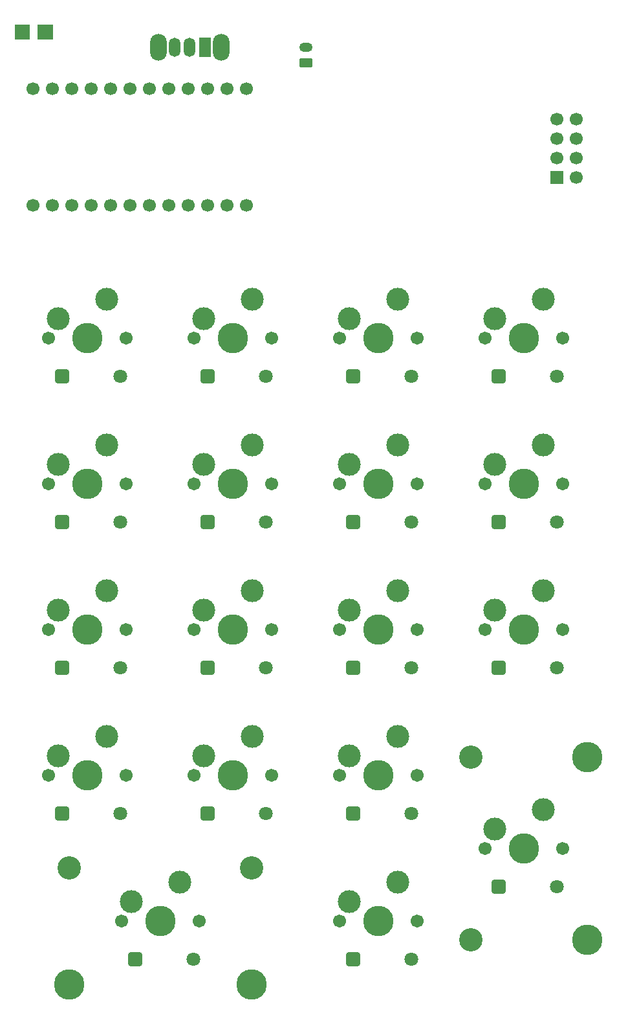
<source format=gbr>
%TF.GenerationSoftware,KiCad,Pcbnew,9.0.6*%
%TF.CreationDate,2026-01-02T18:32:11-05:00*%
%TF.ProjectId,nopanpad,6e6f7061-6e70-4616-942e-6b696361645f,first one lol*%
%TF.SameCoordinates,Original*%
%TF.FileFunction,Soldermask,Top*%
%TF.FilePolarity,Negative*%
%FSLAX46Y46*%
G04 Gerber Fmt 4.6, Leading zero omitted, Abs format (unit mm)*
G04 Created by KiCad (PCBNEW 9.0.6) date 2026-01-02 18:32:11*
%MOMM*%
%LPD*%
G01*
G04 APERTURE LIST*
G04 Aperture macros list*
%AMRoundRect*
0 Rectangle with rounded corners*
0 $1 Rounding radius*
0 $2 $3 $4 $5 $6 $7 $8 $9 X,Y pos of 4 corners*
0 Add a 4 corners polygon primitive as box body*
4,1,4,$2,$3,$4,$5,$6,$7,$8,$9,$2,$3,0*
0 Add four circle primitives for the rounded corners*
1,1,$1+$1,$2,$3*
1,1,$1+$1,$4,$5*
1,1,$1+$1,$6,$7*
1,1,$1+$1,$8,$9*
0 Add four rect primitives between the rounded corners*
20,1,$1+$1,$2,$3,$4,$5,0*
20,1,$1+$1,$4,$5,$6,$7,0*
20,1,$1+$1,$6,$7,$8,$9,0*
20,1,$1+$1,$8,$9,$2,$3,0*%
G04 Aperture macros list end*
%ADD10RoundRect,0.250000X0.625000X-0.350000X0.625000X0.350000X-0.625000X0.350000X-0.625000X-0.350000X0*%
%ADD11O,1.750000X1.200000*%
%ADD12O,2.200000X3.500000*%
%ADD13R,1.500000X2.500000*%
%ADD14O,1.500000X2.500000*%
%ADD15C,1.700000*%
%ADD16R,1.700000X1.700000*%
%ADD17C,1.701800*%
%ADD18C,3.000000*%
%ADD19C,3.987800*%
%ADD20RoundRect,0.250000X-0.650000X-0.650000X0.650000X-0.650000X0.650000X0.650000X-0.650000X0.650000X0*%
%ADD21C,1.800000*%
%ADD22C,3.048000*%
G04 APERTURE END LIST*
G36*
X114000000Y-28000000D02*
G01*
X116000000Y-28000000D01*
X116000000Y-30000000D01*
X114000000Y-30000000D01*
X114000000Y-28000000D01*
G37*
G36*
X111000000Y-28000000D02*
G01*
X113000000Y-28000000D01*
X113000000Y-30000000D01*
X111000000Y-30000000D01*
X111000000Y-28000000D01*
G37*
D10*
%TO.C,JST1*%
X149125000Y-33025000D03*
D11*
X149125000Y-31025000D03*
%TD*%
D12*
%TO.C,REF\u002A\u002A*%
X138000000Y-31000000D03*
X129800000Y-31000000D03*
D13*
X135900000Y-31000000D03*
D14*
X133900000Y-31000000D03*
X131900000Y-31000000D03*
%TD*%
D15*
%TO.C,MCU1*%
X113375000Y-36405000D03*
X115915000Y-36405000D03*
X118455000Y-36405000D03*
X120995000Y-36405000D03*
X123535000Y-36405000D03*
X126075000Y-36405000D03*
X128615000Y-36405000D03*
X131155000Y-36405000D03*
X133695000Y-36405000D03*
X136235000Y-36405000D03*
X138775000Y-36405000D03*
X141315000Y-36405000D03*
X141315000Y-51645000D03*
X138775000Y-51645000D03*
X136235000Y-51645000D03*
X133695000Y-51645000D03*
X131155000Y-51645000D03*
X128615000Y-51645000D03*
X126075000Y-51645000D03*
X123535000Y-51645000D03*
X120995000Y-51645000D03*
X118455000Y-51645000D03*
X115915000Y-51645000D03*
X113375000Y-51645000D03*
%TD*%
D16*
%TO.C,wtf is this?*%
X182000000Y-48000000D03*
D15*
X184540000Y-48000000D03*
X182000000Y-45460000D03*
X184540000Y-45460000D03*
X182000000Y-42920000D03*
X184540000Y-42920000D03*
X182000000Y-40380000D03*
X184540000Y-40380000D03*
%TD*%
D17*
%TO.C,S9*%
X144655000Y-69025000D03*
D18*
X142115000Y-63945000D03*
D19*
X139575000Y-69025000D03*
D18*
X135765000Y-66485000D03*
D17*
X134495000Y-69025000D03*
%TD*%
D20*
%TO.C,D3*%
X117230000Y-112100000D03*
D21*
X124850000Y-112100000D03*
%TD*%
D20*
%TO.C,D4*%
X117230000Y-93050000D03*
D21*
X124850000Y-93050000D03*
%TD*%
D17*
%TO.C,S2*%
X125605000Y-126175000D03*
D18*
X123065000Y-121095000D03*
D19*
X120525000Y-126175000D03*
D18*
X116715000Y-123635000D03*
D17*
X115445000Y-126175000D03*
%TD*%
%TO.C,S8*%
X144655000Y-88075000D03*
D18*
X142115000Y-82995000D03*
D19*
X139575000Y-88075000D03*
D18*
X135765000Y-85535000D03*
D17*
X134495000Y-88075000D03*
%TD*%
%TO.C,S7*%
X144655000Y-107125000D03*
D18*
X142115000Y-102045000D03*
D19*
X139575000Y-107125000D03*
D18*
X135765000Y-104585000D03*
D17*
X134495000Y-107125000D03*
%TD*%
D20*
%TO.C,D7*%
X136280000Y-112100000D03*
D21*
X143900000Y-112100000D03*
%TD*%
D17*
%TO.C,S11*%
X163705000Y-126175000D03*
D18*
X161165000Y-121095000D03*
D19*
X158625000Y-126175000D03*
D18*
X154815000Y-123635000D03*
D17*
X153545000Y-126175000D03*
%TD*%
%TO.C,S5*%
X125605000Y-69025000D03*
D18*
X123065000Y-63945000D03*
D19*
X120525000Y-69025000D03*
D18*
X116715000Y-66485000D03*
D17*
X115445000Y-69025000D03*
%TD*%
D20*
%TO.C,D16*%
X174380000Y-112100000D03*
D21*
X182000000Y-112100000D03*
%TD*%
D20*
%TO.C,D9*%
X136280000Y-74000000D03*
D21*
X143900000Y-74000000D03*
%TD*%
D20*
%TO.C,D10*%
X155330000Y-150200000D03*
D21*
X162950000Y-150200000D03*
%TD*%
D20*
%TO.C,D11*%
X155330000Y-131150000D03*
D21*
X162950000Y-131150000D03*
%TD*%
D20*
%TO.C,D18*%
X174380000Y-74000000D03*
D21*
X182000000Y-74000000D03*
%TD*%
D17*
%TO.C,S4*%
X125605000Y-88075000D03*
D18*
X123065000Y-82995000D03*
D19*
X120525000Y-88075000D03*
D18*
X116715000Y-85535000D03*
D17*
X115445000Y-88075000D03*
%TD*%
%TO.C,S10*%
X163705000Y-145225000D03*
D18*
X161165000Y-140145000D03*
D19*
X158625000Y-145225000D03*
D18*
X154815000Y-142685000D03*
D17*
X153545000Y-145225000D03*
%TD*%
D19*
%TO.C,S15*%
X185930000Y-147638000D03*
X185930000Y-123762000D03*
D17*
X182755000Y-135700000D03*
D18*
X180215000Y-130620000D03*
D19*
X177675000Y-135700000D03*
D18*
X173865000Y-133160000D03*
D17*
X172595000Y-135700000D03*
D22*
X170690000Y-147638000D03*
X170690000Y-123762000D03*
%TD*%
D20*
%TO.C,D15*%
X174380000Y-140675000D03*
D21*
X182000000Y-140675000D03*
%TD*%
D20*
%TO.C,D13*%
X155330000Y-93050000D03*
D21*
X162950000Y-93050000D03*
%TD*%
D20*
%TO.C,D2*%
X117230000Y-131150000D03*
D21*
X124850000Y-131150000D03*
%TD*%
D20*
%TO.C,D6*%
X136280000Y-131150000D03*
D21*
X143900000Y-131150000D03*
%TD*%
D17*
%TO.C,S12*%
X163705000Y-107125000D03*
D18*
X161165000Y-102045000D03*
D19*
X158625000Y-107125000D03*
D18*
X154815000Y-104585000D03*
D17*
X153545000Y-107125000D03*
%TD*%
D20*
%TO.C,D5*%
X117230000Y-74000000D03*
D21*
X124850000Y-74000000D03*
%TD*%
D19*
%TO.C,S1*%
X141988000Y-153480000D03*
D22*
X141988000Y-138240000D03*
D17*
X135130000Y-145225000D03*
D18*
X132590000Y-140145000D03*
D19*
X130050000Y-145225000D03*
D18*
X126240000Y-142685000D03*
D17*
X124970000Y-145225000D03*
D19*
X118112000Y-153480000D03*
D22*
X118112000Y-138240000D03*
%TD*%
D17*
%TO.C,S14*%
X163705000Y-69025000D03*
D18*
X161165000Y-63945000D03*
D19*
X158625000Y-69025000D03*
D18*
X154815000Y-66485000D03*
D17*
X153545000Y-69025000D03*
%TD*%
D20*
%TO.C,D1*%
X126755000Y-150200000D03*
D21*
X134375000Y-150200000D03*
%TD*%
D20*
%TO.C,D12*%
X155330000Y-112100000D03*
D21*
X162950000Y-112100000D03*
%TD*%
D20*
%TO.C,D17*%
X174380000Y-93050000D03*
D21*
X182000000Y-93050000D03*
%TD*%
D17*
%TO.C,S13*%
X163705000Y-88075000D03*
D18*
X161165000Y-82995000D03*
D19*
X158625000Y-88075000D03*
D18*
X154815000Y-85535000D03*
D17*
X153545000Y-88075000D03*
%TD*%
%TO.C,S17*%
X182755000Y-88075000D03*
D18*
X180215000Y-82995000D03*
D19*
X177675000Y-88075000D03*
D18*
X173865000Y-85535000D03*
D17*
X172595000Y-88075000D03*
%TD*%
D20*
%TO.C,D8*%
X136280000Y-93050000D03*
D21*
X143900000Y-93050000D03*
%TD*%
D17*
%TO.C,S18*%
X182755000Y-69025000D03*
D18*
X180215000Y-63945000D03*
D19*
X177675000Y-69025000D03*
D18*
X173865000Y-66485000D03*
D17*
X172595000Y-69025000D03*
%TD*%
D20*
%TO.C,D14*%
X155330000Y-74000000D03*
D21*
X162950000Y-74000000D03*
%TD*%
D17*
%TO.C,S16*%
X182755000Y-107125000D03*
D18*
X180215000Y-102045000D03*
D19*
X177675000Y-107125000D03*
D18*
X173865000Y-104585000D03*
D17*
X172595000Y-107125000D03*
%TD*%
%TO.C,S3*%
X125605000Y-107125000D03*
D18*
X123065000Y-102045000D03*
D19*
X120525000Y-107125000D03*
D18*
X116715000Y-104585000D03*
D17*
X115445000Y-107125000D03*
%TD*%
%TO.C,S6*%
X144655000Y-126175000D03*
D18*
X142115000Y-121095000D03*
D19*
X139575000Y-126175000D03*
D18*
X135765000Y-123635000D03*
D17*
X134495000Y-126175000D03*
%TD*%
M02*

</source>
